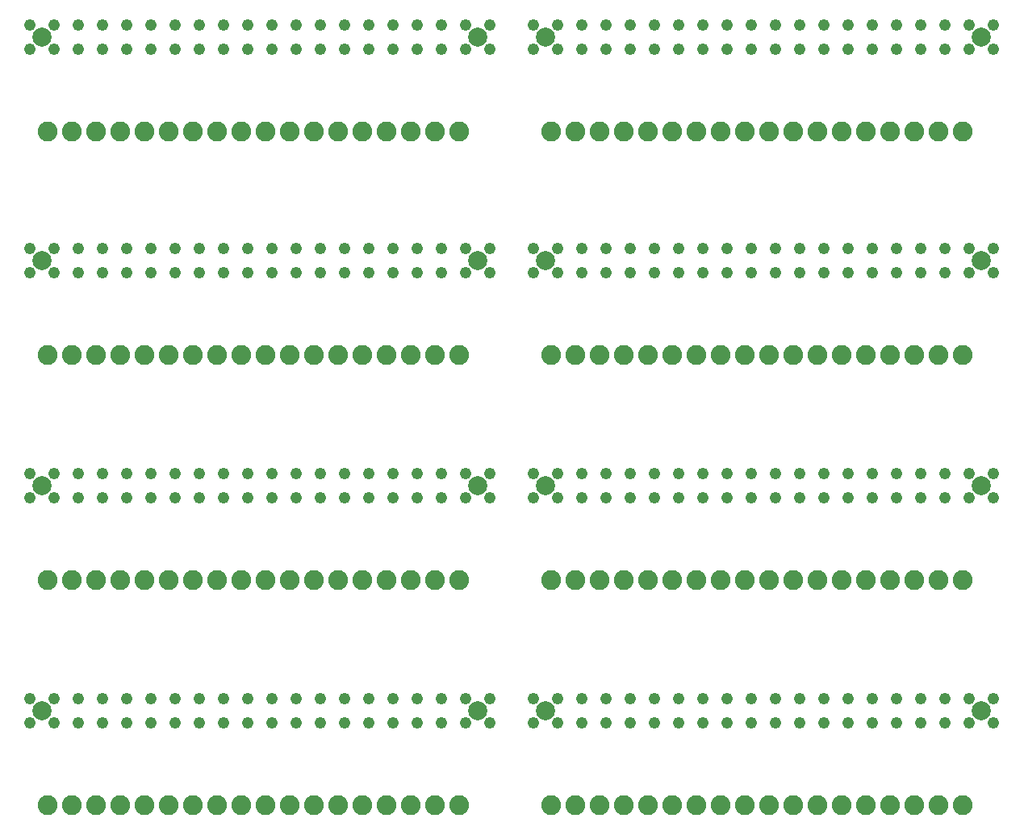
<source format=gbs>
G75*
%MOIN*%
%OFA0B0*%
%FSLAX25Y25*%
%IPPOS*%
%LPD*%
%AMOC8*
5,1,8,0,0,1.08239X$1,22.5*
%
%ADD10C,0.08200*%
%ADD11C,0.04816*%
%ADD12C,0.07887*%
D10*
X0118333Y0053333D03*
X0128333Y0053333D03*
X0138333Y0053333D03*
X0148333Y0053333D03*
X0158333Y0053333D03*
X0168333Y0053333D03*
X0178333Y0053333D03*
X0188333Y0053333D03*
X0198333Y0053333D03*
X0208333Y0053333D03*
X0218333Y0053333D03*
X0228333Y0053333D03*
X0238333Y0053333D03*
X0248333Y0053333D03*
X0258333Y0053333D03*
X0268333Y0053333D03*
X0278333Y0053333D03*
X0288333Y0053333D03*
X0326333Y0053333D03*
X0336333Y0053333D03*
X0346333Y0053333D03*
X0356333Y0053333D03*
X0366333Y0053333D03*
X0376333Y0053333D03*
X0386333Y0053333D03*
X0396333Y0053333D03*
X0406333Y0053333D03*
X0416333Y0053333D03*
X0426333Y0053333D03*
X0436333Y0053333D03*
X0446333Y0053333D03*
X0456333Y0053333D03*
X0466333Y0053333D03*
X0476333Y0053333D03*
X0486333Y0053333D03*
X0496333Y0053333D03*
X0496333Y0146333D03*
X0486333Y0146333D03*
X0476333Y0146333D03*
X0466333Y0146333D03*
X0456333Y0146333D03*
X0446333Y0146333D03*
X0436333Y0146333D03*
X0426333Y0146333D03*
X0416333Y0146333D03*
X0406333Y0146333D03*
X0396333Y0146333D03*
X0386333Y0146333D03*
X0376333Y0146333D03*
X0366333Y0146333D03*
X0356333Y0146333D03*
X0346333Y0146333D03*
X0336333Y0146333D03*
X0326333Y0146333D03*
X0288333Y0146333D03*
X0278333Y0146333D03*
X0268333Y0146333D03*
X0258333Y0146333D03*
X0248333Y0146333D03*
X0238333Y0146333D03*
X0228333Y0146333D03*
X0218333Y0146333D03*
X0208333Y0146333D03*
X0198333Y0146333D03*
X0188333Y0146333D03*
X0178333Y0146333D03*
X0168333Y0146333D03*
X0158333Y0146333D03*
X0148333Y0146333D03*
X0138333Y0146333D03*
X0128333Y0146333D03*
X0118333Y0146333D03*
X0118333Y0239333D03*
X0128333Y0239333D03*
X0138333Y0239333D03*
X0148333Y0239333D03*
X0158333Y0239333D03*
X0168333Y0239333D03*
X0178333Y0239333D03*
X0188333Y0239333D03*
X0198333Y0239333D03*
X0208333Y0239333D03*
X0218333Y0239333D03*
X0228333Y0239333D03*
X0238333Y0239333D03*
X0248333Y0239333D03*
X0258333Y0239333D03*
X0268333Y0239333D03*
X0278333Y0239333D03*
X0288333Y0239333D03*
X0326333Y0239333D03*
X0336333Y0239333D03*
X0346333Y0239333D03*
X0356333Y0239333D03*
X0366333Y0239333D03*
X0376333Y0239333D03*
X0386333Y0239333D03*
X0396333Y0239333D03*
X0406333Y0239333D03*
X0416333Y0239333D03*
X0426333Y0239333D03*
X0436333Y0239333D03*
X0446333Y0239333D03*
X0456333Y0239333D03*
X0466333Y0239333D03*
X0476333Y0239333D03*
X0486333Y0239333D03*
X0496333Y0239333D03*
X0496333Y0331680D03*
X0486333Y0331680D03*
X0476333Y0331680D03*
X0466333Y0331680D03*
X0456333Y0331680D03*
X0446333Y0331680D03*
X0436333Y0331680D03*
X0426333Y0331680D03*
X0416333Y0331680D03*
X0406333Y0331680D03*
X0396333Y0331680D03*
X0386333Y0331680D03*
X0376333Y0331680D03*
X0366333Y0331680D03*
X0356333Y0331680D03*
X0346333Y0331680D03*
X0336333Y0331680D03*
X0326333Y0331680D03*
X0288333Y0331680D03*
X0278333Y0331680D03*
X0268333Y0331680D03*
X0258333Y0331680D03*
X0248333Y0331680D03*
X0238333Y0331680D03*
X0228333Y0331680D03*
X0218333Y0331680D03*
X0208333Y0331680D03*
X0198333Y0331680D03*
X0188333Y0331680D03*
X0178333Y0331680D03*
X0168333Y0331680D03*
X0158333Y0331680D03*
X0148333Y0331680D03*
X0138333Y0331680D03*
X0128333Y0331680D03*
X0118333Y0331680D03*
D11*
X0111286Y0087231D03*
X0111286Y0097231D03*
X0121286Y0097231D03*
X0121286Y0087231D03*
X0131286Y0087231D03*
X0141286Y0087231D03*
X0141286Y0097231D03*
X0131286Y0097231D03*
X0151286Y0097231D03*
X0161286Y0097231D03*
X0161286Y0087231D03*
X0151286Y0087231D03*
X0171286Y0087231D03*
X0171286Y0097231D03*
X0181286Y0097231D03*
X0191286Y0097231D03*
X0191286Y0087231D03*
X0181286Y0087231D03*
X0201286Y0087231D03*
X0211286Y0087231D03*
X0211286Y0097231D03*
X0201286Y0097231D03*
X0221286Y0097231D03*
X0221286Y0087231D03*
X0231286Y0087231D03*
X0241286Y0087231D03*
X0241286Y0097231D03*
X0231286Y0097231D03*
X0251286Y0097231D03*
X0261286Y0097231D03*
X0261286Y0087231D03*
X0251286Y0087231D03*
X0271286Y0087231D03*
X0271286Y0097231D03*
X0281286Y0097231D03*
X0291286Y0097231D03*
X0291286Y0087231D03*
X0281286Y0087231D03*
X0301286Y0087231D03*
X0301286Y0097231D03*
X0319286Y0097231D03*
X0329286Y0097231D03*
X0329286Y0087231D03*
X0319286Y0087231D03*
X0339286Y0087231D03*
X0349286Y0087231D03*
X0349286Y0097231D03*
X0339286Y0097231D03*
X0359286Y0097231D03*
X0359286Y0087231D03*
X0369286Y0087231D03*
X0379286Y0087231D03*
X0379286Y0097231D03*
X0369286Y0097231D03*
X0389286Y0097231D03*
X0399286Y0097231D03*
X0399286Y0087231D03*
X0389286Y0087231D03*
X0409286Y0087231D03*
X0409286Y0097231D03*
X0419286Y0097231D03*
X0429286Y0097231D03*
X0429286Y0087231D03*
X0419286Y0087231D03*
X0439286Y0087231D03*
X0439286Y0097231D03*
X0449286Y0097231D03*
X0459286Y0097231D03*
X0459286Y0087231D03*
X0449286Y0087231D03*
X0469286Y0087231D03*
X0479286Y0087231D03*
X0479286Y0097231D03*
X0469286Y0097231D03*
X0489286Y0097231D03*
X0489286Y0087231D03*
X0499286Y0087231D03*
X0509286Y0087231D03*
X0509286Y0097231D03*
X0499286Y0097231D03*
X0499286Y0180231D03*
X0509286Y0180231D03*
X0509286Y0190231D03*
X0499286Y0190231D03*
X0489286Y0190231D03*
X0479286Y0190231D03*
X0469286Y0190231D03*
X0459286Y0190231D03*
X0449286Y0190231D03*
X0439286Y0190231D03*
X0429286Y0190231D03*
X0419286Y0190231D03*
X0409286Y0190231D03*
X0399286Y0190231D03*
X0389286Y0190231D03*
X0379286Y0190231D03*
X0369286Y0190231D03*
X0359286Y0190231D03*
X0349286Y0190231D03*
X0339286Y0190231D03*
X0329286Y0190231D03*
X0319286Y0190231D03*
X0319286Y0180231D03*
X0329286Y0180231D03*
X0339286Y0180231D03*
X0349286Y0180231D03*
X0359286Y0180231D03*
X0369286Y0180231D03*
X0379286Y0180231D03*
X0389286Y0180231D03*
X0399286Y0180231D03*
X0409286Y0180231D03*
X0419286Y0180231D03*
X0429286Y0180231D03*
X0439286Y0180231D03*
X0449286Y0180231D03*
X0459286Y0180231D03*
X0469286Y0180231D03*
X0479286Y0180231D03*
X0489286Y0180231D03*
X0489286Y0273231D03*
X0479286Y0273231D03*
X0469286Y0273231D03*
X0459286Y0273231D03*
X0449286Y0273231D03*
X0439286Y0273231D03*
X0429286Y0273231D03*
X0419286Y0273231D03*
X0409286Y0273231D03*
X0399286Y0273231D03*
X0389286Y0273231D03*
X0379286Y0273231D03*
X0369286Y0273231D03*
X0359286Y0273231D03*
X0349286Y0273231D03*
X0339286Y0273231D03*
X0329286Y0273231D03*
X0319286Y0273231D03*
X0319286Y0283231D03*
X0329286Y0283231D03*
X0339286Y0283231D03*
X0349286Y0283231D03*
X0359286Y0283231D03*
X0369286Y0283231D03*
X0379286Y0283231D03*
X0389286Y0283231D03*
X0399286Y0283231D03*
X0409286Y0283231D03*
X0419286Y0283231D03*
X0429286Y0283231D03*
X0439286Y0283231D03*
X0449286Y0283231D03*
X0459286Y0283231D03*
X0469286Y0283231D03*
X0479286Y0283231D03*
X0489286Y0283231D03*
X0499286Y0283231D03*
X0509286Y0283231D03*
X0509286Y0273231D03*
X0499286Y0273231D03*
X0499286Y0365577D03*
X0509286Y0365577D03*
X0509286Y0375577D03*
X0499286Y0375577D03*
X0489286Y0375577D03*
X0489286Y0365577D03*
X0479286Y0365577D03*
X0469286Y0365577D03*
X0469286Y0375577D03*
X0479286Y0375577D03*
X0459286Y0375577D03*
X0459286Y0365577D03*
X0449286Y0365577D03*
X0449286Y0375577D03*
X0439286Y0375577D03*
X0439286Y0365577D03*
X0429286Y0365577D03*
X0419286Y0365577D03*
X0419286Y0375577D03*
X0429286Y0375577D03*
X0409286Y0375577D03*
X0409286Y0365577D03*
X0399286Y0365577D03*
X0389286Y0365577D03*
X0389286Y0375577D03*
X0399286Y0375577D03*
X0379286Y0375577D03*
X0379286Y0365577D03*
X0369286Y0365577D03*
X0369286Y0375577D03*
X0359286Y0375577D03*
X0359286Y0365577D03*
X0349286Y0365577D03*
X0339286Y0365577D03*
X0339286Y0375577D03*
X0349286Y0375577D03*
X0329286Y0375577D03*
X0329286Y0365577D03*
X0319286Y0365577D03*
X0319286Y0375577D03*
X0301286Y0375577D03*
X0301286Y0365577D03*
X0291286Y0365577D03*
X0281286Y0365577D03*
X0281286Y0375577D03*
X0291286Y0375577D03*
X0271286Y0375577D03*
X0271286Y0365577D03*
X0261286Y0365577D03*
X0251286Y0365577D03*
X0251286Y0375577D03*
X0261286Y0375577D03*
X0241286Y0375577D03*
X0241286Y0365577D03*
X0231286Y0365577D03*
X0231286Y0375577D03*
X0221286Y0375577D03*
X0221286Y0365577D03*
X0211286Y0365577D03*
X0201286Y0365577D03*
X0201286Y0375577D03*
X0211286Y0375577D03*
X0191286Y0375577D03*
X0191286Y0365577D03*
X0181286Y0365577D03*
X0181286Y0375577D03*
X0171286Y0375577D03*
X0171286Y0365577D03*
X0161286Y0365577D03*
X0151286Y0365577D03*
X0151286Y0375577D03*
X0161286Y0375577D03*
X0141286Y0375577D03*
X0141286Y0365577D03*
X0131286Y0365577D03*
X0131286Y0375577D03*
X0121286Y0375577D03*
X0121286Y0365577D03*
X0111286Y0365577D03*
X0111286Y0375577D03*
X0111286Y0283231D03*
X0111286Y0273231D03*
X0121286Y0273231D03*
X0121286Y0283231D03*
X0131286Y0283231D03*
X0141286Y0283231D03*
X0141286Y0273231D03*
X0131286Y0273231D03*
X0151286Y0273231D03*
X0161286Y0273231D03*
X0161286Y0283231D03*
X0151286Y0283231D03*
X0171286Y0283231D03*
X0171286Y0273231D03*
X0181286Y0273231D03*
X0191286Y0273231D03*
X0191286Y0283231D03*
X0181286Y0283231D03*
X0201286Y0283231D03*
X0211286Y0283231D03*
X0211286Y0273231D03*
X0201286Y0273231D03*
X0221286Y0273231D03*
X0221286Y0283231D03*
X0231286Y0283231D03*
X0241286Y0283231D03*
X0241286Y0273231D03*
X0231286Y0273231D03*
X0251286Y0273231D03*
X0261286Y0273231D03*
X0261286Y0283231D03*
X0251286Y0283231D03*
X0271286Y0283231D03*
X0271286Y0273231D03*
X0281286Y0273231D03*
X0291286Y0273231D03*
X0291286Y0283231D03*
X0281286Y0283231D03*
X0301286Y0283231D03*
X0301286Y0273231D03*
X0301286Y0190231D03*
X0291286Y0190231D03*
X0281286Y0190231D03*
X0271286Y0190231D03*
X0261286Y0190231D03*
X0251286Y0190231D03*
X0241286Y0190231D03*
X0231286Y0190231D03*
X0221286Y0190231D03*
X0211286Y0190231D03*
X0201286Y0190231D03*
X0191286Y0190231D03*
X0181286Y0190231D03*
X0171286Y0190231D03*
X0161286Y0190231D03*
X0151286Y0190231D03*
X0141286Y0190231D03*
X0131286Y0190231D03*
X0121286Y0190231D03*
X0111286Y0190231D03*
X0111286Y0180231D03*
X0121286Y0180231D03*
X0131286Y0180231D03*
X0141286Y0180231D03*
X0151286Y0180231D03*
X0161286Y0180231D03*
X0171286Y0180231D03*
X0181286Y0180231D03*
X0191286Y0180231D03*
X0201286Y0180231D03*
X0211286Y0180231D03*
X0221286Y0180231D03*
X0231286Y0180231D03*
X0241286Y0180231D03*
X0251286Y0180231D03*
X0261286Y0180231D03*
X0271286Y0180231D03*
X0281286Y0180231D03*
X0291286Y0180231D03*
X0301286Y0180231D03*
D12*
X0296286Y0185231D03*
X0324286Y0185231D03*
X0324286Y0278231D03*
X0296286Y0278231D03*
X0296286Y0370577D03*
X0324286Y0370577D03*
X0504286Y0370577D03*
X0504286Y0278231D03*
X0504286Y0185231D03*
X0504286Y0092231D03*
X0324286Y0092231D03*
X0296286Y0092231D03*
X0116286Y0092231D03*
X0116286Y0185231D03*
X0116286Y0278231D03*
X0116286Y0370577D03*
M02*

</source>
